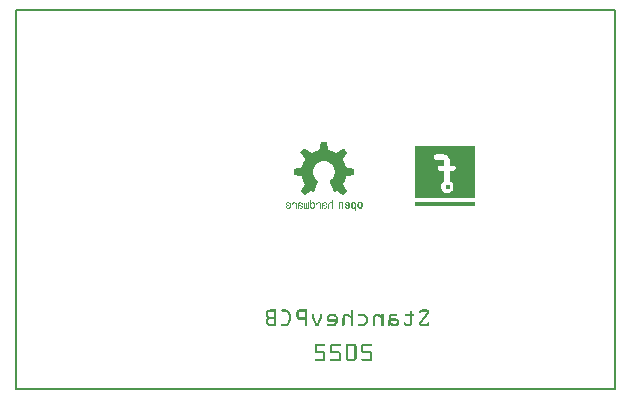
<source format=gbo>
G04 MADE WITH FRITZING*
G04 WWW.FRITZING.ORG*
G04 DOUBLE SIDED*
G04 HOLES PLATED*
G04 CONTOUR ON CENTER OF CONTOUR VECTOR*
%ASAXBY*%
%FSLAX23Y23*%
%MOIN*%
%OFA0B0*%
%SFA1.0B1.0*%
%ADD10C,0.015205*%
%ADD11R,2.004170X1.272460X1.988170X1.256460*%
%ADD12C,0.008000*%
%ADD13R,0.201225X0.018079*%
%ADD14R,0.001000X0.001000*%
%LNSILK0*%
G90*
G70*
G54D10*
X1442Y678D03*
G54D12*
X4Y1268D02*
X2000Y1268D01*
X2000Y4D01*
X4Y4D01*
X4Y1268D01*
D02*
G54D13*
X1434Y621D03*
G54D14*
X1020Y829D02*
X1039Y829D01*
X1020Y828D02*
X1039Y828D01*
X1020Y827D02*
X1039Y827D01*
X1020Y826D02*
X1040Y826D01*
X1019Y825D02*
X1040Y825D01*
X1019Y824D02*
X1040Y824D01*
X1019Y823D02*
X1040Y823D01*
X1019Y822D02*
X1040Y822D01*
X1019Y821D02*
X1041Y821D01*
X1018Y820D02*
X1041Y820D01*
X1018Y819D02*
X1041Y819D01*
X1018Y818D02*
X1041Y818D01*
X1018Y817D02*
X1041Y817D01*
X1018Y816D02*
X1041Y816D01*
X1018Y815D02*
X1042Y815D01*
X1017Y814D02*
X1042Y814D01*
X1017Y813D02*
X1042Y813D01*
X1334Y813D02*
X1534Y813D01*
X1017Y812D02*
X1042Y812D01*
X1334Y812D02*
X1534Y812D01*
X1017Y811D02*
X1042Y811D01*
X1334Y811D02*
X1534Y811D01*
X1017Y810D02*
X1043Y810D01*
X1334Y810D02*
X1534Y810D01*
X1016Y809D02*
X1043Y809D01*
X1334Y809D02*
X1534Y809D01*
X1016Y808D02*
X1043Y808D01*
X1334Y808D02*
X1534Y808D01*
X1016Y807D02*
X1043Y807D01*
X1334Y807D02*
X1534Y807D01*
X964Y806D02*
X966Y806D01*
X1016Y806D02*
X1043Y806D01*
X1093Y806D02*
X1095Y806D01*
X1334Y806D02*
X1534Y806D01*
X963Y805D02*
X968Y805D01*
X1016Y805D02*
X1044Y805D01*
X1092Y805D02*
X1096Y805D01*
X1334Y805D02*
X1534Y805D01*
X962Y804D02*
X969Y804D01*
X1016Y804D02*
X1044Y804D01*
X1090Y804D02*
X1097Y804D01*
X1334Y804D02*
X1534Y804D01*
X961Y803D02*
X971Y803D01*
X1015Y803D02*
X1044Y803D01*
X1089Y803D02*
X1098Y803D01*
X1334Y803D02*
X1534Y803D01*
X960Y802D02*
X972Y802D01*
X1015Y802D02*
X1044Y802D01*
X1087Y802D02*
X1099Y802D01*
X1334Y802D02*
X1534Y802D01*
X959Y801D02*
X973Y801D01*
X1014Y801D02*
X1046Y801D01*
X1086Y801D02*
X1100Y801D01*
X1334Y801D02*
X1534Y801D01*
X958Y800D02*
X975Y800D01*
X1010Y800D02*
X1049Y800D01*
X1084Y800D02*
X1101Y800D01*
X1334Y800D02*
X1534Y800D01*
X957Y799D02*
X976Y799D01*
X1006Y799D02*
X1053Y799D01*
X1083Y799D02*
X1102Y799D01*
X1334Y799D02*
X1534Y799D01*
X956Y798D02*
X978Y798D01*
X1004Y798D02*
X1056Y798D01*
X1081Y798D02*
X1103Y798D01*
X1334Y798D02*
X1534Y798D01*
X955Y797D02*
X979Y797D01*
X1001Y797D02*
X1058Y797D01*
X1080Y797D02*
X1104Y797D01*
X1334Y797D02*
X1534Y797D01*
X954Y796D02*
X981Y796D01*
X999Y796D02*
X1060Y796D01*
X1078Y796D02*
X1105Y796D01*
X1334Y796D02*
X1534Y796D01*
X953Y795D02*
X982Y795D01*
X997Y795D02*
X1062Y795D01*
X1077Y795D02*
X1106Y795D01*
X1334Y795D02*
X1534Y795D01*
X952Y794D02*
X984Y794D01*
X995Y794D02*
X1064Y794D01*
X1076Y794D02*
X1107Y794D01*
X1334Y794D02*
X1534Y794D01*
X952Y793D02*
X985Y793D01*
X993Y793D02*
X1066Y793D01*
X1074Y793D02*
X1107Y793D01*
X1334Y793D02*
X1534Y793D01*
X953Y792D02*
X987Y792D01*
X991Y792D02*
X1068Y792D01*
X1073Y792D02*
X1107Y792D01*
X1334Y792D02*
X1534Y792D01*
X953Y791D02*
X988Y791D01*
X990Y791D02*
X1106Y791D01*
X1334Y791D02*
X1534Y791D01*
X954Y790D02*
X1105Y790D01*
X1334Y790D02*
X1534Y790D01*
X955Y789D02*
X1105Y789D01*
X1334Y789D02*
X1534Y789D01*
X955Y788D02*
X1104Y788D01*
X1334Y788D02*
X1534Y788D01*
X956Y787D02*
X1103Y787D01*
X1334Y787D02*
X1402Y787D01*
X1429Y787D02*
X1534Y787D01*
X957Y786D02*
X1103Y786D01*
X1334Y786D02*
X1399Y786D01*
X1434Y786D02*
X1534Y786D01*
X957Y785D02*
X1102Y785D01*
X1334Y785D02*
X1398Y785D01*
X1436Y785D02*
X1534Y785D01*
X958Y784D02*
X1101Y784D01*
X1334Y784D02*
X1397Y784D01*
X1438Y784D02*
X1534Y784D01*
X959Y783D02*
X1101Y783D01*
X1334Y783D02*
X1396Y783D01*
X1439Y783D02*
X1534Y783D01*
X959Y782D02*
X1100Y782D01*
X1334Y782D02*
X1396Y782D01*
X1440Y782D02*
X1534Y782D01*
X960Y781D02*
X1099Y781D01*
X1334Y781D02*
X1395Y781D01*
X1442Y781D02*
X1534Y781D01*
X961Y780D02*
X1098Y780D01*
X1334Y780D02*
X1395Y780D01*
X1443Y780D02*
X1534Y780D01*
X961Y779D02*
X1098Y779D01*
X1334Y779D02*
X1395Y779D01*
X1444Y779D02*
X1534Y779D01*
X962Y778D02*
X1097Y778D01*
X1334Y778D02*
X1395Y778D01*
X1445Y778D02*
X1534Y778D01*
X963Y777D02*
X1096Y777D01*
X1334Y777D02*
X1395Y777D01*
X1445Y777D02*
X1534Y777D01*
X964Y776D02*
X1096Y776D01*
X1334Y776D02*
X1395Y776D01*
X1446Y776D02*
X1534Y776D01*
X964Y775D02*
X1095Y775D01*
X1334Y775D02*
X1396Y775D01*
X1447Y775D02*
X1534Y775D01*
X965Y774D02*
X1094Y774D01*
X1334Y774D02*
X1396Y774D01*
X1447Y774D02*
X1534Y774D01*
X966Y773D02*
X1094Y773D01*
X1334Y773D02*
X1396Y773D01*
X1448Y773D02*
X1534Y773D01*
X966Y772D02*
X1093Y772D01*
X1334Y772D02*
X1397Y772D01*
X1448Y772D02*
X1534Y772D01*
X967Y771D02*
X1092Y771D01*
X1334Y771D02*
X1398Y771D01*
X1449Y771D02*
X1534Y771D01*
X968Y770D02*
X1092Y770D01*
X1334Y770D02*
X1400Y770D01*
X1449Y770D02*
X1534Y770D01*
X967Y769D02*
X1092Y769D01*
X1334Y769D02*
X1405Y769D01*
X1449Y769D02*
X1534Y769D01*
X967Y768D02*
X1093Y768D01*
X1334Y768D02*
X1427Y768D01*
X1450Y768D02*
X1534Y768D01*
X966Y767D02*
X1093Y767D01*
X1334Y767D02*
X1428Y767D01*
X1450Y767D02*
X1534Y767D01*
X965Y766D02*
X1094Y766D01*
X1334Y766D02*
X1429Y766D01*
X1450Y766D02*
X1534Y766D01*
X965Y765D02*
X1094Y765D01*
X1334Y765D02*
X1430Y765D01*
X1450Y765D02*
X1534Y765D01*
X964Y764D02*
X1023Y764D01*
X1036Y764D02*
X1095Y764D01*
X1334Y764D02*
X1430Y764D01*
X1450Y764D02*
X1534Y764D01*
X964Y763D02*
X1019Y763D01*
X1041Y763D02*
X1096Y763D01*
X1334Y763D02*
X1431Y763D01*
X1450Y763D02*
X1534Y763D01*
X963Y762D02*
X1016Y762D01*
X1043Y762D02*
X1096Y762D01*
X1334Y762D02*
X1431Y762D01*
X1451Y762D02*
X1534Y762D01*
X963Y761D02*
X1014Y761D01*
X1046Y761D02*
X1097Y761D01*
X1334Y761D02*
X1431Y761D01*
X1451Y761D02*
X1534Y761D01*
X962Y760D02*
X1012Y760D01*
X1048Y760D02*
X1097Y760D01*
X1334Y760D02*
X1431Y760D01*
X1451Y760D02*
X1534Y760D01*
X962Y759D02*
X1010Y759D01*
X1049Y759D02*
X1097Y759D01*
X1334Y759D02*
X1431Y759D01*
X1451Y759D02*
X1534Y759D01*
X961Y758D02*
X1008Y758D01*
X1051Y758D02*
X1098Y758D01*
X1334Y758D02*
X1431Y758D01*
X1451Y758D02*
X1534Y758D01*
X961Y757D02*
X1007Y757D01*
X1052Y757D02*
X1098Y757D01*
X1334Y757D02*
X1431Y757D01*
X1451Y757D02*
X1534Y757D01*
X960Y756D02*
X1006Y756D01*
X1053Y756D02*
X1099Y756D01*
X1334Y756D02*
X1431Y756D01*
X1451Y756D02*
X1534Y756D01*
X960Y755D02*
X1005Y755D01*
X1055Y755D02*
X1099Y755D01*
X1334Y755D02*
X1431Y755D01*
X1451Y755D02*
X1534Y755D01*
X960Y754D02*
X1004Y754D01*
X1056Y754D02*
X1100Y754D01*
X1334Y754D02*
X1431Y754D01*
X1451Y754D02*
X1534Y754D01*
X959Y753D02*
X1003Y753D01*
X1057Y753D02*
X1100Y753D01*
X1334Y753D02*
X1431Y753D01*
X1451Y753D02*
X1534Y753D01*
X959Y752D02*
X1002Y752D01*
X1057Y752D02*
X1100Y752D01*
X1334Y752D02*
X1431Y752D01*
X1451Y752D02*
X1534Y752D01*
X959Y751D02*
X1001Y751D01*
X1058Y751D02*
X1101Y751D01*
X1334Y751D02*
X1431Y751D01*
X1451Y751D02*
X1534Y751D01*
X958Y750D02*
X1000Y750D01*
X1059Y750D02*
X1101Y750D01*
X1334Y750D02*
X1431Y750D01*
X1451Y750D02*
X1534Y750D01*
X958Y749D02*
X999Y749D01*
X1060Y749D02*
X1101Y749D01*
X1334Y749D02*
X1414Y749D01*
X1463Y749D02*
X1534Y749D01*
X958Y748D02*
X999Y748D01*
X1060Y748D02*
X1102Y748D01*
X1334Y748D02*
X1412Y748D01*
X1465Y748D02*
X1534Y748D01*
X957Y747D02*
X998Y747D01*
X1061Y747D02*
X1102Y747D01*
X1334Y747D02*
X1411Y747D01*
X1467Y747D02*
X1534Y747D01*
X957Y746D02*
X998Y746D01*
X1062Y746D02*
X1102Y746D01*
X1334Y746D02*
X1410Y746D01*
X1467Y746D02*
X1534Y746D01*
X957Y745D02*
X997Y745D01*
X1062Y745D02*
X1102Y745D01*
X1334Y745D02*
X1410Y745D01*
X1468Y745D02*
X1534Y745D01*
X957Y744D02*
X997Y744D01*
X1063Y744D02*
X1103Y744D01*
X1334Y744D02*
X1409Y744D01*
X1468Y744D02*
X1534Y744D01*
X953Y743D02*
X996Y743D01*
X1063Y743D02*
X1106Y743D01*
X1334Y743D02*
X1409Y743D01*
X1469Y743D02*
X1534Y743D01*
X948Y742D02*
X996Y742D01*
X1064Y742D02*
X1111Y742D01*
X1334Y742D02*
X1409Y742D01*
X1469Y742D02*
X1534Y742D01*
X942Y741D02*
X995Y741D01*
X1064Y741D02*
X1117Y741D01*
X1334Y741D02*
X1409Y741D01*
X1469Y741D02*
X1534Y741D01*
X937Y740D02*
X995Y740D01*
X1064Y740D02*
X1122Y740D01*
X1334Y740D02*
X1409Y740D01*
X1469Y740D02*
X1534Y740D01*
X932Y739D02*
X995Y739D01*
X1065Y739D02*
X1128Y739D01*
X1334Y739D02*
X1409Y739D01*
X1469Y739D02*
X1534Y739D01*
X929Y738D02*
X994Y738D01*
X1065Y738D02*
X1130Y738D01*
X1334Y738D02*
X1409Y738D01*
X1468Y738D02*
X1534Y738D01*
X929Y737D02*
X994Y737D01*
X1065Y737D02*
X1130Y737D01*
X1334Y737D02*
X1409Y737D01*
X1468Y737D02*
X1534Y737D01*
X929Y736D02*
X994Y736D01*
X1065Y736D02*
X1130Y736D01*
X1334Y736D02*
X1410Y736D01*
X1468Y736D02*
X1534Y736D01*
X929Y735D02*
X994Y735D01*
X1066Y735D02*
X1130Y735D01*
X1334Y735D02*
X1410Y735D01*
X1467Y735D02*
X1534Y735D01*
X929Y734D02*
X994Y734D01*
X1066Y734D02*
X1130Y734D01*
X1334Y734D02*
X1411Y734D01*
X1466Y734D02*
X1534Y734D01*
X929Y733D02*
X993Y733D01*
X1066Y733D02*
X1130Y733D01*
X1334Y733D02*
X1413Y733D01*
X1465Y733D02*
X1534Y733D01*
X929Y732D02*
X993Y732D01*
X1066Y732D02*
X1130Y732D01*
X1334Y732D02*
X1415Y732D01*
X1462Y732D02*
X1534Y732D01*
X929Y731D02*
X993Y731D01*
X1066Y731D02*
X1130Y731D01*
X1334Y731D02*
X1431Y731D01*
X1451Y731D02*
X1534Y731D01*
X929Y730D02*
X993Y730D01*
X1066Y730D02*
X1130Y730D01*
X1334Y730D02*
X1431Y730D01*
X1451Y730D02*
X1534Y730D01*
X929Y729D02*
X993Y729D01*
X1066Y729D02*
X1130Y729D01*
X1334Y729D02*
X1431Y729D01*
X1451Y729D02*
X1534Y729D01*
X929Y728D02*
X993Y728D01*
X1066Y728D02*
X1130Y728D01*
X1334Y728D02*
X1431Y728D01*
X1451Y728D02*
X1534Y728D01*
X929Y727D02*
X993Y727D01*
X1066Y727D02*
X1130Y727D01*
X1334Y727D02*
X1431Y727D01*
X1451Y727D02*
X1534Y727D01*
X929Y726D02*
X993Y726D01*
X1066Y726D02*
X1130Y726D01*
X1334Y726D02*
X1431Y726D01*
X1451Y726D02*
X1534Y726D01*
X929Y725D02*
X993Y725D01*
X1066Y725D02*
X1130Y725D01*
X1334Y725D02*
X1431Y725D01*
X1451Y725D02*
X1534Y725D01*
X929Y724D02*
X993Y724D01*
X1066Y724D02*
X1130Y724D01*
X1334Y724D02*
X1431Y724D01*
X1451Y724D02*
X1534Y724D01*
X929Y723D02*
X994Y723D01*
X1066Y723D02*
X1130Y723D01*
X1334Y723D02*
X1431Y723D01*
X1451Y723D02*
X1534Y723D01*
X929Y722D02*
X994Y722D01*
X1065Y722D02*
X1130Y722D01*
X1334Y722D02*
X1431Y722D01*
X1451Y722D02*
X1534Y722D01*
X929Y721D02*
X994Y721D01*
X1065Y721D02*
X1130Y721D01*
X1334Y721D02*
X1431Y721D01*
X1451Y721D02*
X1534Y721D01*
X929Y720D02*
X994Y720D01*
X1065Y720D02*
X1130Y720D01*
X1334Y720D02*
X1431Y720D01*
X1451Y720D02*
X1534Y720D01*
X929Y719D02*
X994Y719D01*
X1065Y719D02*
X1130Y719D01*
X1334Y719D02*
X1431Y719D01*
X1451Y719D02*
X1534Y719D01*
X934Y718D02*
X995Y718D01*
X1065Y718D02*
X1125Y718D01*
X1334Y718D02*
X1431Y718D01*
X1451Y718D02*
X1534Y718D01*
X939Y717D02*
X995Y717D01*
X1064Y717D02*
X1120Y717D01*
X1334Y717D02*
X1431Y717D01*
X1451Y717D02*
X1534Y717D01*
X945Y716D02*
X995Y716D01*
X1064Y716D02*
X1115Y716D01*
X1334Y716D02*
X1431Y716D01*
X1451Y716D02*
X1534Y716D01*
X950Y715D02*
X996Y715D01*
X1063Y715D02*
X1109Y715D01*
X1334Y715D02*
X1431Y715D01*
X1451Y715D02*
X1534Y715D01*
X955Y714D02*
X996Y714D01*
X1063Y714D02*
X1104Y714D01*
X1334Y714D02*
X1431Y714D01*
X1451Y714D02*
X1534Y714D01*
X956Y713D02*
X997Y713D01*
X1063Y713D02*
X1103Y713D01*
X1334Y713D02*
X1431Y713D01*
X1451Y713D02*
X1534Y713D01*
X956Y712D02*
X997Y712D01*
X1062Y712D02*
X1103Y712D01*
X1334Y712D02*
X1431Y712D01*
X1451Y712D02*
X1534Y712D01*
X957Y711D02*
X998Y711D01*
X1062Y711D02*
X1103Y711D01*
X1334Y711D02*
X1431Y711D01*
X1451Y711D02*
X1534Y711D01*
X957Y710D02*
X998Y710D01*
X1061Y710D02*
X1102Y710D01*
X1334Y710D02*
X1431Y710D01*
X1451Y710D02*
X1534Y710D01*
X957Y709D02*
X999Y709D01*
X1060Y709D02*
X1102Y709D01*
X1334Y709D02*
X1431Y709D01*
X1451Y709D02*
X1534Y709D01*
X957Y708D02*
X1000Y708D01*
X1060Y708D02*
X1102Y708D01*
X1334Y708D02*
X1431Y708D01*
X1451Y708D02*
X1534Y708D01*
X958Y707D02*
X1000Y707D01*
X1059Y707D02*
X1102Y707D01*
X1334Y707D02*
X1431Y707D01*
X1451Y707D02*
X1534Y707D01*
X958Y706D02*
X1001Y706D01*
X1058Y706D02*
X1101Y706D01*
X1334Y706D02*
X1431Y706D01*
X1451Y706D02*
X1534Y706D01*
X958Y705D02*
X1002Y705D01*
X1057Y705D02*
X1101Y705D01*
X1334Y705D02*
X1431Y705D01*
X1451Y705D02*
X1534Y705D01*
X959Y704D02*
X1003Y704D01*
X1056Y704D02*
X1101Y704D01*
X1334Y704D02*
X1431Y704D01*
X1451Y704D02*
X1534Y704D01*
X959Y703D02*
X1004Y703D01*
X1055Y703D02*
X1100Y703D01*
X1334Y703D02*
X1431Y703D01*
X1451Y703D02*
X1534Y703D01*
X959Y702D02*
X1005Y702D01*
X1054Y702D02*
X1100Y702D01*
X1334Y702D02*
X1431Y702D01*
X1451Y702D02*
X1534Y702D01*
X960Y701D02*
X1006Y701D01*
X1053Y701D02*
X1100Y701D01*
X1334Y701D02*
X1431Y701D01*
X1451Y701D02*
X1534Y701D01*
X960Y700D02*
X1007Y700D01*
X1052Y700D02*
X1099Y700D01*
X1334Y700D02*
X1431Y700D01*
X1451Y700D02*
X1534Y700D01*
X960Y699D02*
X1009Y699D01*
X1051Y699D02*
X1099Y699D01*
X1334Y699D02*
X1431Y699D01*
X1451Y699D02*
X1534Y699D01*
X961Y698D02*
X1010Y698D01*
X1049Y698D02*
X1098Y698D01*
X1334Y698D02*
X1431Y698D01*
X1451Y698D02*
X1534Y698D01*
X961Y697D02*
X1010Y697D01*
X1049Y697D02*
X1098Y697D01*
X1334Y697D02*
X1431Y697D01*
X1451Y697D02*
X1534Y697D01*
X962Y696D02*
X1010Y696D01*
X1050Y696D02*
X1097Y696D01*
X1334Y696D02*
X1429Y696D01*
X1453Y696D02*
X1534Y696D01*
X962Y695D02*
X1009Y695D01*
X1050Y695D02*
X1097Y695D01*
X1334Y695D02*
X1428Y695D01*
X1454Y695D02*
X1534Y695D01*
X963Y694D02*
X1009Y694D01*
X1050Y694D02*
X1097Y694D01*
X1334Y694D02*
X1426Y694D01*
X1456Y694D02*
X1534Y694D01*
X963Y693D02*
X1008Y693D01*
X1051Y693D02*
X1096Y693D01*
X1334Y693D02*
X1425Y693D01*
X1457Y693D02*
X1534Y693D01*
X964Y692D02*
X1008Y692D01*
X1051Y692D02*
X1096Y692D01*
X1334Y692D02*
X1424Y692D01*
X1458Y692D02*
X1534Y692D01*
X964Y691D02*
X1008Y691D01*
X1052Y691D02*
X1095Y691D01*
X1334Y691D02*
X1424Y691D01*
X1458Y691D02*
X1534Y691D01*
X965Y690D02*
X1007Y690D01*
X1052Y690D02*
X1094Y690D01*
X1334Y690D02*
X1423Y690D01*
X1459Y690D02*
X1534Y690D01*
X965Y689D02*
X1007Y689D01*
X1053Y689D02*
X1094Y689D01*
X1334Y689D02*
X1422Y689D01*
X1460Y689D02*
X1534Y689D01*
X966Y688D02*
X1006Y688D01*
X1053Y688D02*
X1093Y688D01*
X1334Y688D02*
X1422Y688D01*
X1460Y688D02*
X1534Y688D01*
X967Y687D02*
X1006Y687D01*
X1053Y687D02*
X1093Y687D01*
X1334Y687D02*
X1421Y687D01*
X1461Y687D02*
X1534Y687D01*
X967Y686D02*
X1005Y686D01*
X1054Y686D02*
X1093Y686D01*
X1334Y686D02*
X1421Y686D01*
X1461Y686D02*
X1534Y686D01*
X966Y685D02*
X1005Y685D01*
X1054Y685D02*
X1093Y685D01*
X1334Y685D02*
X1421Y685D01*
X1461Y685D02*
X1534Y685D01*
X965Y684D02*
X1005Y684D01*
X1055Y684D02*
X1094Y684D01*
X1334Y684D02*
X1420Y684D01*
X1462Y684D02*
X1534Y684D01*
X965Y683D02*
X1004Y683D01*
X1055Y683D02*
X1095Y683D01*
X1334Y683D02*
X1420Y683D01*
X1462Y683D02*
X1534Y683D01*
X964Y682D02*
X1004Y682D01*
X1055Y682D02*
X1095Y682D01*
X1334Y682D02*
X1420Y682D01*
X1462Y682D02*
X1534Y682D01*
X963Y681D02*
X1003Y681D01*
X1056Y681D02*
X1096Y681D01*
X1334Y681D02*
X1420Y681D01*
X1462Y681D02*
X1534Y681D01*
X963Y680D02*
X1003Y680D01*
X1056Y680D02*
X1097Y680D01*
X1334Y680D02*
X1420Y680D01*
X1462Y680D02*
X1534Y680D01*
X962Y679D02*
X1003Y679D01*
X1057Y679D02*
X1097Y679D01*
X1334Y679D02*
X1420Y679D01*
X1462Y679D02*
X1534Y679D01*
X961Y678D02*
X1002Y678D01*
X1057Y678D02*
X1098Y678D01*
X1334Y678D02*
X1420Y678D01*
X1462Y678D02*
X1534Y678D01*
X960Y677D02*
X1002Y677D01*
X1057Y677D02*
X1099Y677D01*
X1334Y677D02*
X1420Y677D01*
X1462Y677D02*
X1534Y677D01*
X960Y676D02*
X1001Y676D01*
X1058Y676D02*
X1099Y676D01*
X1334Y676D02*
X1420Y676D01*
X1462Y676D02*
X1534Y676D01*
X959Y675D02*
X1001Y675D01*
X1058Y675D02*
X1100Y675D01*
X1334Y675D02*
X1420Y675D01*
X1462Y675D02*
X1534Y675D01*
X958Y674D02*
X1000Y674D01*
X1059Y674D02*
X1101Y674D01*
X1334Y674D02*
X1420Y674D01*
X1462Y674D02*
X1534Y674D01*
X958Y673D02*
X1000Y673D01*
X1059Y673D02*
X1101Y673D01*
X1334Y673D02*
X1421Y673D01*
X1462Y673D02*
X1534Y673D01*
X957Y672D02*
X1000Y672D01*
X1060Y672D02*
X1102Y672D01*
X1334Y672D02*
X1421Y672D01*
X1461Y672D02*
X1534Y672D01*
X956Y671D02*
X999Y671D01*
X1060Y671D02*
X1103Y671D01*
X1334Y671D02*
X1421Y671D01*
X1461Y671D02*
X1534Y671D01*
X956Y670D02*
X999Y670D01*
X1060Y670D02*
X1104Y670D01*
X1334Y670D02*
X1422Y670D01*
X1460Y670D02*
X1534Y670D01*
X955Y669D02*
X998Y669D01*
X1061Y669D02*
X1104Y669D01*
X1334Y669D02*
X1422Y669D01*
X1460Y669D02*
X1534Y669D01*
X954Y668D02*
X998Y668D01*
X1061Y668D02*
X1105Y668D01*
X1334Y668D02*
X1423Y668D01*
X1459Y668D02*
X1534Y668D01*
X954Y667D02*
X998Y667D01*
X1062Y667D02*
X1106Y667D01*
X1334Y667D02*
X1423Y667D01*
X1459Y667D02*
X1534Y667D01*
X953Y666D02*
X997Y666D01*
X1062Y666D02*
X1106Y666D01*
X1334Y666D02*
X1424Y666D01*
X1458Y666D02*
X1534Y666D01*
X952Y665D02*
X986Y665D01*
X988Y665D02*
X997Y665D01*
X1062Y665D02*
X1071Y665D01*
X1073Y665D02*
X1107Y665D01*
X1334Y665D02*
X1425Y665D01*
X1457Y665D02*
X1534Y665D01*
X952Y664D02*
X985Y664D01*
X990Y664D02*
X996Y664D01*
X1063Y664D02*
X1070Y664D01*
X1075Y664D02*
X1107Y664D01*
X1334Y664D02*
X1426Y664D01*
X1456Y664D02*
X1534Y664D01*
X953Y663D02*
X983Y663D01*
X991Y663D02*
X996Y663D01*
X1063Y663D02*
X1068Y663D01*
X1076Y663D02*
X1106Y663D01*
X1334Y663D02*
X1427Y663D01*
X1455Y663D02*
X1534Y663D01*
X954Y662D02*
X982Y662D01*
X993Y662D02*
X996Y662D01*
X1064Y662D02*
X1066Y662D01*
X1078Y662D02*
X1105Y662D01*
X1334Y662D02*
X1428Y662D01*
X1454Y662D02*
X1534Y662D01*
X955Y661D02*
X980Y661D01*
X995Y661D02*
X995Y661D01*
X1064Y661D02*
X1064Y661D01*
X1079Y661D02*
X1104Y661D01*
X1334Y661D02*
X1430Y661D01*
X1452Y661D02*
X1534Y661D01*
X956Y660D02*
X979Y660D01*
X1081Y660D02*
X1103Y660D01*
X1334Y660D02*
X1431Y660D01*
X1451Y660D02*
X1534Y660D01*
X957Y659D02*
X977Y659D01*
X1082Y659D02*
X1102Y659D01*
X1334Y659D02*
X1434Y659D01*
X1448Y659D02*
X1534Y659D01*
X958Y658D02*
X976Y658D01*
X1083Y658D02*
X1101Y658D01*
X1334Y658D02*
X1438Y658D01*
X1444Y658D02*
X1534Y658D01*
X959Y657D02*
X974Y657D01*
X1085Y657D02*
X1100Y657D01*
X1334Y657D02*
X1534Y657D01*
X960Y656D02*
X973Y656D01*
X1086Y656D02*
X1099Y656D01*
X1334Y656D02*
X1534Y656D01*
X961Y655D02*
X971Y655D01*
X1088Y655D02*
X1098Y655D01*
X1334Y655D02*
X1534Y655D01*
X962Y654D02*
X970Y654D01*
X1089Y654D02*
X1097Y654D01*
X1334Y654D02*
X1534Y654D01*
X963Y653D02*
X968Y653D01*
X1091Y653D02*
X1096Y653D01*
X1334Y653D02*
X1534Y653D01*
X964Y652D02*
X967Y652D01*
X1092Y652D02*
X1095Y652D01*
X1334Y652D02*
X1534Y652D01*
X965Y651D02*
X966Y651D01*
X1094Y651D02*
X1094Y651D01*
X1334Y651D02*
X1534Y651D01*
X1334Y650D02*
X1534Y650D01*
X1334Y649D02*
X1534Y649D01*
X1334Y648D02*
X1534Y648D01*
X1334Y647D02*
X1534Y647D01*
X1334Y646D02*
X1534Y646D01*
X1334Y645D02*
X1534Y645D01*
X1334Y644D02*
X1534Y644D01*
X1334Y643D02*
X1534Y643D01*
X1334Y642D02*
X1534Y642D01*
X985Y635D02*
X985Y635D01*
X1057Y635D02*
X1058Y635D01*
X985Y634D02*
X987Y634D01*
X1057Y634D02*
X1059Y634D01*
X985Y633D02*
X987Y633D01*
X1057Y633D02*
X1059Y633D01*
X985Y632D02*
X987Y632D01*
X1057Y632D02*
X1059Y632D01*
X985Y631D02*
X987Y631D01*
X1057Y631D02*
X1059Y631D01*
X985Y630D02*
X987Y630D01*
X1057Y630D02*
X1059Y630D01*
X985Y629D02*
X987Y629D01*
X1057Y629D02*
X1059Y629D01*
X1086Y629D02*
X1087Y629D01*
X1107Y629D02*
X1109Y629D01*
X1128Y629D02*
X1130Y629D01*
X1150Y629D02*
X1151Y629D01*
X985Y628D02*
X987Y628D01*
X1057Y628D02*
X1059Y628D01*
X1083Y628D02*
X1090Y628D01*
X1104Y628D02*
X1111Y628D01*
X1125Y628D02*
X1133Y628D01*
X1147Y628D02*
X1154Y628D01*
X908Y627D02*
X914Y627D01*
X928Y627D02*
X934Y627D01*
X948Y627D02*
X954Y627D01*
X963Y627D02*
X964Y627D01*
X970Y627D02*
X971Y627D01*
X978Y627D02*
X979Y627D01*
X985Y627D02*
X987Y627D01*
X989Y627D02*
X995Y627D01*
X1009Y627D02*
X1015Y627D01*
X1029Y627D02*
X1035Y627D01*
X1049Y627D02*
X1055Y627D01*
X1057Y627D02*
X1059Y627D01*
X1082Y627D02*
X1092Y627D01*
X1103Y627D02*
X1113Y627D01*
X1124Y627D02*
X1134Y627D01*
X1145Y627D02*
X1155Y627D01*
X907Y626D02*
X916Y626D01*
X927Y626D02*
X936Y626D01*
X947Y626D02*
X956Y626D01*
X963Y626D02*
X965Y626D01*
X970Y626D02*
X973Y626D01*
X978Y626D02*
X980Y626D01*
X985Y626D02*
X996Y626D01*
X1007Y626D02*
X1016Y626D01*
X1028Y626D02*
X1036Y626D01*
X1048Y626D02*
X1059Y626D01*
X1081Y626D02*
X1093Y626D01*
X1102Y626D02*
X1114Y626D01*
X1123Y626D02*
X1135Y626D01*
X1144Y626D02*
X1156Y626D01*
X906Y625D02*
X917Y625D01*
X926Y625D02*
X937Y625D01*
X946Y625D02*
X957Y625D01*
X963Y625D02*
X965Y625D01*
X970Y625D02*
X973Y625D01*
X978Y625D02*
X980Y625D01*
X985Y625D02*
X997Y625D01*
X1006Y625D02*
X1017Y625D01*
X1027Y625D02*
X1037Y625D01*
X1047Y625D02*
X1059Y625D01*
X1080Y625D02*
X1093Y625D01*
X1101Y625D02*
X1114Y625D01*
X1122Y625D02*
X1136Y625D01*
X1144Y625D02*
X1157Y625D01*
X905Y624D02*
X909Y624D01*
X914Y624D02*
X917Y624D01*
X925Y624D02*
X929Y624D01*
X934Y624D02*
X937Y624D01*
X945Y624D02*
X949Y624D01*
X954Y624D02*
X957Y624D01*
X963Y624D02*
X965Y624D01*
X970Y624D02*
X973Y624D01*
X978Y624D02*
X980Y624D01*
X985Y624D02*
X989Y624D01*
X994Y624D02*
X998Y624D01*
X1006Y624D02*
X1009Y624D01*
X1014Y624D02*
X1018Y624D01*
X1026Y624D02*
X1029Y624D01*
X1034Y624D02*
X1038Y624D01*
X1046Y624D02*
X1050Y624D01*
X1055Y624D02*
X1059Y624D01*
X1080Y624D02*
X1084Y624D01*
X1089Y624D02*
X1094Y624D01*
X1101Y624D02*
X1106Y624D01*
X1110Y624D02*
X1115Y624D01*
X1122Y624D02*
X1127Y624D01*
X1131Y624D02*
X1136Y624D01*
X1143Y624D02*
X1148Y624D01*
X1153Y624D02*
X1157Y624D01*
X905Y623D02*
X907Y623D01*
X915Y623D02*
X918Y623D01*
X925Y623D02*
X928Y623D01*
X935Y623D02*
X938Y623D01*
X945Y623D02*
X948Y623D01*
X955Y623D02*
X958Y623D01*
X963Y623D02*
X965Y623D01*
X970Y623D02*
X973Y623D01*
X978Y623D02*
X980Y623D01*
X985Y623D02*
X988Y623D01*
X995Y623D02*
X998Y623D01*
X1005Y623D02*
X1008Y623D01*
X1016Y623D02*
X1018Y623D01*
X1025Y623D02*
X1028Y623D01*
X1036Y623D02*
X1038Y623D01*
X1046Y623D02*
X1048Y623D01*
X1056Y623D02*
X1059Y623D01*
X1079Y623D02*
X1083Y623D01*
X1090Y623D02*
X1094Y623D01*
X1100Y623D02*
X1104Y623D01*
X1111Y623D02*
X1115Y623D01*
X1122Y623D02*
X1126Y623D01*
X1132Y623D02*
X1136Y623D01*
X1143Y623D02*
X1147Y623D01*
X1154Y623D02*
X1158Y623D01*
X904Y622D02*
X907Y622D01*
X916Y622D02*
X918Y622D01*
X924Y622D02*
X927Y622D01*
X936Y622D02*
X938Y622D01*
X945Y622D02*
X947Y622D01*
X956Y622D02*
X958Y622D01*
X963Y622D02*
X965Y622D01*
X970Y622D02*
X973Y622D01*
X978Y622D02*
X980Y622D01*
X985Y622D02*
X987Y622D01*
X996Y622D02*
X999Y622D01*
X1005Y622D02*
X1007Y622D01*
X1016Y622D02*
X1019Y622D01*
X1025Y622D02*
X1028Y622D01*
X1036Y622D02*
X1039Y622D01*
X1045Y622D02*
X1048Y622D01*
X1057Y622D02*
X1059Y622D01*
X1079Y622D02*
X1083Y622D01*
X1091Y622D02*
X1094Y622D01*
X1100Y622D02*
X1104Y622D01*
X1112Y622D02*
X1116Y622D01*
X1121Y622D02*
X1125Y622D01*
X1133Y622D02*
X1137Y622D01*
X1142Y622D02*
X1146Y622D01*
X1154Y622D02*
X1158Y622D01*
X904Y621D02*
X906Y621D01*
X916Y621D02*
X918Y621D01*
X924Y621D02*
X927Y621D01*
X936Y621D02*
X938Y621D01*
X944Y621D02*
X947Y621D01*
X956Y621D02*
X958Y621D01*
X963Y621D02*
X965Y621D01*
X970Y621D02*
X973Y621D01*
X978Y621D02*
X980Y621D01*
X985Y621D02*
X987Y621D01*
X996Y621D02*
X999Y621D01*
X1005Y621D02*
X1007Y621D01*
X1017Y621D02*
X1019Y621D01*
X1025Y621D02*
X1027Y621D01*
X1037Y621D02*
X1039Y621D01*
X1045Y621D02*
X1047Y621D01*
X1057Y621D02*
X1059Y621D01*
X1079Y621D02*
X1082Y621D01*
X1091Y621D02*
X1094Y621D01*
X1100Y621D02*
X1105Y621D01*
X1112Y621D02*
X1116Y621D01*
X1121Y621D02*
X1125Y621D01*
X1133Y621D02*
X1137Y621D01*
X1142Y621D02*
X1146Y621D01*
X1154Y621D02*
X1158Y621D01*
X904Y620D02*
X907Y620D01*
X916Y620D02*
X918Y620D01*
X925Y620D02*
X926Y620D01*
X936Y620D02*
X938Y620D01*
X944Y620D02*
X947Y620D01*
X956Y620D02*
X959Y620D01*
X963Y620D02*
X965Y620D01*
X970Y620D02*
X973Y620D01*
X978Y620D02*
X980Y620D01*
X985Y620D02*
X987Y620D01*
X997Y620D02*
X999Y620D01*
X1005Y620D02*
X1007Y620D01*
X1017Y620D02*
X1019Y620D01*
X1025Y620D02*
X1027Y620D01*
X1037Y620D02*
X1039Y620D01*
X1045Y620D02*
X1047Y620D01*
X1057Y620D02*
X1059Y620D01*
X1079Y620D02*
X1082Y620D01*
X1091Y620D02*
X1094Y620D01*
X1100Y620D02*
X1107Y620D01*
X1112Y620D02*
X1116Y620D01*
X1121Y620D02*
X1125Y620D01*
X1133Y620D02*
X1137Y620D01*
X1142Y620D02*
X1146Y620D01*
X1154Y620D02*
X1158Y620D01*
X904Y619D02*
X909Y619D01*
X916Y619D02*
X918Y619D01*
X936Y619D02*
X938Y619D01*
X944Y619D02*
X949Y619D01*
X958Y619D02*
X958Y619D01*
X963Y619D02*
X965Y619D01*
X970Y619D02*
X973Y619D01*
X978Y619D02*
X980Y619D01*
X985Y619D02*
X987Y619D01*
X997Y619D02*
X999Y619D01*
X1007Y619D02*
X1007Y619D01*
X1017Y619D02*
X1019Y619D01*
X1025Y619D02*
X1030Y619D01*
X1039Y619D02*
X1039Y619D01*
X1045Y619D02*
X1047Y619D01*
X1057Y619D02*
X1059Y619D01*
X1079Y619D02*
X1082Y619D01*
X1091Y619D02*
X1094Y619D01*
X1100Y619D02*
X1109Y619D01*
X1112Y619D02*
X1116Y619D01*
X1121Y619D02*
X1125Y619D01*
X1133Y619D02*
X1137Y619D01*
X1142Y619D02*
X1146Y619D01*
X1154Y619D02*
X1158Y619D01*
X905Y618D02*
X912Y618D01*
X916Y618D02*
X918Y618D01*
X936Y618D02*
X938Y618D01*
X944Y618D02*
X952Y618D01*
X963Y618D02*
X965Y618D01*
X970Y618D02*
X973Y618D01*
X978Y618D02*
X980Y618D01*
X985Y618D02*
X987Y618D01*
X997Y618D02*
X999Y618D01*
X1017Y618D02*
X1019Y618D01*
X1025Y618D02*
X1032Y618D01*
X1045Y618D02*
X1047Y618D01*
X1057Y618D02*
X1059Y618D01*
X1079Y618D02*
X1082Y618D01*
X1091Y618D02*
X1094Y618D01*
X1101Y618D02*
X1116Y618D01*
X1121Y618D02*
X1125Y618D01*
X1133Y618D02*
X1137Y618D01*
X1142Y618D02*
X1146Y618D01*
X1154Y618D02*
X1158Y618D01*
X907Y617D02*
X914Y617D01*
X916Y617D02*
X918Y617D01*
X936Y617D02*
X938Y617D01*
X944Y617D02*
X954Y617D01*
X963Y617D02*
X965Y617D01*
X970Y617D02*
X973Y617D01*
X978Y617D02*
X980Y617D01*
X985Y617D02*
X987Y617D01*
X997Y617D02*
X999Y617D01*
X1017Y617D02*
X1019Y617D01*
X1025Y617D02*
X1034Y617D01*
X1045Y617D02*
X1047Y617D01*
X1057Y617D02*
X1059Y617D01*
X1079Y617D02*
X1082Y617D01*
X1091Y617D02*
X1094Y617D01*
X1103Y617D02*
X1116Y617D01*
X1121Y617D02*
X1125Y617D01*
X1133Y617D02*
X1137Y617D01*
X1142Y617D02*
X1146Y617D01*
X1154Y617D02*
X1158Y617D01*
X909Y616D02*
X918Y616D01*
X936Y616D02*
X938Y616D01*
X944Y616D02*
X947Y616D01*
X949Y616D02*
X956Y616D01*
X963Y616D02*
X965Y616D01*
X970Y616D02*
X973Y616D01*
X978Y616D02*
X980Y616D01*
X985Y616D02*
X987Y616D01*
X997Y616D02*
X999Y616D01*
X1017Y616D02*
X1019Y616D01*
X1025Y616D02*
X1027Y616D01*
X1029Y616D02*
X1036Y616D01*
X1045Y616D02*
X1047Y616D01*
X1057Y616D02*
X1059Y616D01*
X1079Y616D02*
X1082Y616D01*
X1091Y616D02*
X1094Y616D01*
X1106Y616D02*
X1116Y616D01*
X1121Y616D02*
X1125Y616D01*
X1133Y616D02*
X1137Y616D01*
X1142Y616D02*
X1146Y616D01*
X1154Y616D02*
X1158Y616D01*
X912Y615D02*
X918Y615D01*
X936Y615D02*
X938Y615D01*
X944Y615D02*
X947Y615D01*
X951Y615D02*
X957Y615D01*
X963Y615D02*
X965Y615D01*
X970Y615D02*
X973Y615D01*
X978Y615D02*
X980Y615D01*
X985Y615D02*
X987Y615D01*
X997Y615D02*
X999Y615D01*
X1017Y615D02*
X1019Y615D01*
X1025Y615D02*
X1027Y615D01*
X1032Y615D02*
X1038Y615D01*
X1045Y615D02*
X1047Y615D01*
X1057Y615D02*
X1059Y615D01*
X1079Y615D02*
X1082Y615D01*
X1091Y615D02*
X1094Y615D01*
X1100Y615D02*
X1102Y615D01*
X1108Y615D02*
X1116Y615D01*
X1121Y615D02*
X1125Y615D01*
X1133Y615D02*
X1137Y615D01*
X1142Y615D02*
X1146Y615D01*
X1154Y615D02*
X1158Y615D01*
X904Y614D02*
X904Y614D01*
X914Y614D02*
X918Y614D01*
X936Y614D02*
X938Y614D01*
X944Y614D02*
X947Y614D01*
X954Y614D02*
X958Y614D01*
X963Y614D02*
X965Y614D01*
X970Y614D02*
X973Y614D01*
X978Y614D02*
X980Y614D01*
X985Y614D02*
X987Y614D01*
X997Y614D02*
X999Y614D01*
X1017Y614D02*
X1019Y614D01*
X1025Y614D02*
X1027Y614D01*
X1034Y614D02*
X1038Y614D01*
X1045Y614D02*
X1047Y614D01*
X1057Y614D02*
X1059Y614D01*
X1079Y614D02*
X1082Y614D01*
X1091Y614D02*
X1094Y614D01*
X1100Y614D02*
X1104Y614D01*
X1110Y614D02*
X1116Y614D01*
X1121Y614D02*
X1125Y614D01*
X1133Y614D02*
X1137Y614D01*
X1142Y614D02*
X1146Y614D01*
X1154Y614D02*
X1158Y614D01*
X904Y613D02*
X906Y613D01*
X916Y613D02*
X918Y613D01*
X936Y613D02*
X938Y613D01*
X944Y613D02*
X947Y613D01*
X955Y613D02*
X958Y613D01*
X963Y613D02*
X965Y613D01*
X970Y613D02*
X973Y613D01*
X978Y613D02*
X980Y613D01*
X985Y613D02*
X987Y613D01*
X997Y613D02*
X999Y613D01*
X1017Y613D02*
X1019Y613D01*
X1025Y613D02*
X1027Y613D01*
X1036Y613D02*
X1039Y613D01*
X1045Y613D02*
X1047Y613D01*
X1057Y613D02*
X1059Y613D01*
X1079Y613D02*
X1082Y613D01*
X1091Y613D02*
X1094Y613D01*
X1100Y613D02*
X1104Y613D01*
X1112Y613D02*
X1116Y613D01*
X1121Y613D02*
X1125Y613D01*
X1133Y613D02*
X1137Y613D01*
X1142Y613D02*
X1146Y613D01*
X1154Y613D02*
X1158Y613D01*
X904Y612D02*
X906Y612D01*
X916Y612D02*
X918Y612D01*
X936Y612D02*
X938Y612D01*
X944Y612D02*
X947Y612D01*
X956Y612D02*
X959Y612D01*
X963Y612D02*
X965Y612D01*
X970Y612D02*
X973Y612D01*
X978Y612D02*
X980Y612D01*
X985Y612D02*
X987Y612D01*
X996Y612D02*
X999Y612D01*
X1017Y612D02*
X1019Y612D01*
X1025Y612D02*
X1027Y612D01*
X1037Y612D02*
X1039Y612D01*
X1045Y612D02*
X1047Y612D01*
X1057Y612D02*
X1059Y612D01*
X1079Y612D02*
X1082Y612D01*
X1091Y612D02*
X1094Y612D01*
X1100Y612D02*
X1104Y612D01*
X1112Y612D02*
X1115Y612D01*
X1121Y612D02*
X1125Y612D01*
X1133Y612D02*
X1137Y612D01*
X1143Y612D02*
X1146Y612D01*
X1154Y612D02*
X1158Y612D01*
X904Y611D02*
X907Y611D01*
X916Y611D02*
X918Y611D01*
X936Y611D02*
X938Y611D01*
X944Y611D02*
X947Y611D01*
X956Y611D02*
X959Y611D01*
X963Y611D02*
X965Y611D01*
X970Y611D02*
X973Y611D01*
X978Y611D02*
X980Y611D01*
X985Y611D02*
X987Y611D01*
X996Y611D02*
X999Y611D01*
X1017Y611D02*
X1019Y611D01*
X1025Y611D02*
X1027Y611D01*
X1037Y611D02*
X1039Y611D01*
X1045Y611D02*
X1047Y611D01*
X1057Y611D02*
X1059Y611D01*
X1079Y611D02*
X1082Y611D01*
X1091Y611D02*
X1094Y611D01*
X1101Y611D02*
X1105Y611D01*
X1111Y611D02*
X1115Y611D01*
X1122Y611D02*
X1126Y611D01*
X1132Y611D02*
X1137Y611D01*
X1143Y611D02*
X1147Y611D01*
X1153Y611D02*
X1158Y611D01*
X905Y610D02*
X907Y610D01*
X915Y610D02*
X918Y610D01*
X936Y610D02*
X938Y610D01*
X944Y610D02*
X947Y610D01*
X956Y610D02*
X958Y610D01*
X963Y610D02*
X965Y610D01*
X970Y610D02*
X973Y610D01*
X978Y610D02*
X980Y610D01*
X985Y610D02*
X988Y610D01*
X995Y610D02*
X998Y610D01*
X1017Y610D02*
X1019Y610D01*
X1025Y610D02*
X1027Y610D01*
X1036Y610D02*
X1039Y610D01*
X1045Y610D02*
X1047Y610D01*
X1057Y610D02*
X1059Y610D01*
X1079Y610D02*
X1082Y610D01*
X1091Y610D02*
X1094Y610D01*
X1101Y610D02*
X1106Y610D01*
X1109Y610D02*
X1115Y610D01*
X1122Y610D02*
X1127Y610D01*
X1131Y610D02*
X1137Y610D01*
X1143Y610D02*
X1148Y610D01*
X1152Y610D02*
X1157Y610D01*
X905Y609D02*
X909Y609D01*
X914Y609D02*
X917Y609D01*
X936Y609D02*
X938Y609D01*
X944Y609D02*
X947Y609D01*
X955Y609D02*
X958Y609D01*
X963Y609D02*
X966Y609D01*
X970Y609D02*
X974Y609D01*
X977Y609D02*
X980Y609D01*
X986Y609D02*
X989Y609D01*
X994Y609D02*
X998Y609D01*
X1017Y609D02*
X1019Y609D01*
X1025Y609D02*
X1027Y609D01*
X1035Y609D02*
X1039Y609D01*
X1045Y609D02*
X1047Y609D01*
X1057Y609D02*
X1059Y609D01*
X1079Y609D02*
X1082Y609D01*
X1091Y609D02*
X1094Y609D01*
X1102Y609D02*
X1114Y609D01*
X1123Y609D02*
X1137Y609D01*
X1144Y609D02*
X1157Y609D01*
X906Y608D02*
X917Y608D01*
X936Y608D02*
X938Y608D01*
X944Y608D02*
X947Y608D01*
X950Y608D02*
X957Y608D01*
X963Y608D02*
X980Y608D01*
X986Y608D02*
X997Y608D01*
X1017Y608D02*
X1019Y608D01*
X1025Y608D02*
X1027Y608D01*
X1030Y608D02*
X1038Y608D01*
X1045Y608D02*
X1047Y608D01*
X1057Y608D02*
X1059Y608D01*
X1079Y608D02*
X1082Y608D01*
X1091Y608D02*
X1094Y608D01*
X1102Y608D02*
X1114Y608D01*
X1123Y608D02*
X1137Y608D01*
X1144Y608D02*
X1156Y608D01*
X907Y607D02*
X916Y607D01*
X936Y607D02*
X938Y607D01*
X944Y607D02*
X947Y607D01*
X950Y607D02*
X957Y607D01*
X964Y607D02*
X979Y607D01*
X987Y607D02*
X996Y607D01*
X1017Y607D02*
X1019Y607D01*
X1025Y607D02*
X1027Y607D01*
X1030Y607D02*
X1037Y607D01*
X1045Y607D02*
X1047Y607D01*
X1057Y607D02*
X1059Y607D01*
X1079Y607D02*
X1082Y607D01*
X1091Y607D02*
X1094Y607D01*
X1103Y607D02*
X1112Y607D01*
X1124Y607D02*
X1137Y607D01*
X1146Y607D02*
X1155Y607D01*
X908Y606D02*
X914Y606D01*
X938Y606D02*
X938Y606D01*
X946Y606D02*
X947Y606D01*
X950Y606D02*
X955Y606D01*
X965Y606D02*
X970Y606D01*
X973Y606D02*
X978Y606D01*
X989Y606D02*
X995Y606D01*
X1018Y606D02*
X1019Y606D01*
X1026Y606D02*
X1027Y606D01*
X1030Y606D02*
X1036Y606D01*
X1046Y606D02*
X1047Y606D01*
X1058Y606D02*
X1059Y606D01*
X1081Y606D02*
X1082Y606D01*
X1093Y606D02*
X1094Y606D01*
X1105Y606D02*
X1111Y606D01*
X1126Y606D02*
X1137Y606D01*
X1147Y606D02*
X1153Y606D01*
X1133Y605D02*
X1137Y605D01*
X1133Y604D02*
X1137Y604D01*
X1133Y603D02*
X1137Y603D01*
X1133Y602D02*
X1137Y602D01*
X1133Y601D02*
X1137Y601D01*
X1133Y600D02*
X1137Y600D01*
X1133Y599D02*
X1137Y599D01*
X1135Y598D02*
X1137Y598D01*
X850Y270D02*
X870Y270D01*
X890Y270D02*
X904Y270D01*
X948Y270D02*
X972Y270D01*
X1123Y270D02*
X1123Y270D01*
X1356Y270D02*
X1374Y270D01*
X845Y269D02*
X870Y269D01*
X888Y269D02*
X908Y269D01*
X945Y269D02*
X973Y269D01*
X1121Y269D02*
X1125Y269D01*
X1352Y269D02*
X1377Y269D01*
X843Y268D02*
X870Y268D01*
X888Y268D02*
X909Y268D01*
X943Y268D02*
X973Y268D01*
X1120Y268D02*
X1126Y268D01*
X1351Y268D02*
X1379Y268D01*
X842Y267D02*
X870Y267D01*
X887Y267D02*
X911Y267D01*
X942Y267D02*
X973Y267D01*
X1120Y267D02*
X1126Y267D01*
X1320Y267D02*
X1320Y267D01*
X1350Y267D02*
X1380Y267D01*
X841Y266D02*
X870Y266D01*
X887Y266D02*
X912Y266D01*
X941Y266D02*
X973Y266D01*
X1120Y266D02*
X1126Y266D01*
X1318Y266D02*
X1322Y266D01*
X1349Y266D02*
X1380Y266D01*
X840Y265D02*
X870Y265D01*
X888Y265D02*
X912Y265D01*
X940Y265D02*
X973Y265D01*
X1120Y265D02*
X1126Y265D01*
X1318Y265D02*
X1323Y265D01*
X1348Y265D02*
X1381Y265D01*
X839Y264D02*
X870Y264D01*
X888Y264D02*
X913Y264D01*
X939Y264D02*
X973Y264D01*
X1120Y264D02*
X1126Y264D01*
X1317Y264D02*
X1323Y264D01*
X1348Y264D02*
X1381Y264D01*
X838Y263D02*
X870Y263D01*
X891Y263D02*
X913Y263D01*
X939Y263D02*
X973Y263D01*
X1120Y263D02*
X1126Y263D01*
X1317Y263D02*
X1323Y263D01*
X1348Y263D02*
X1381Y263D01*
X838Y262D02*
X846Y262D01*
X864Y262D02*
X870Y262D01*
X906Y262D02*
X914Y262D01*
X939Y262D02*
X946Y262D01*
X966Y262D02*
X973Y262D01*
X1120Y262D02*
X1126Y262D01*
X1317Y262D02*
X1323Y262D01*
X1347Y262D02*
X1354Y262D01*
X1375Y262D02*
X1381Y262D01*
X837Y261D02*
X845Y261D01*
X864Y261D02*
X870Y261D01*
X907Y261D02*
X914Y261D01*
X939Y261D02*
X945Y261D01*
X966Y261D02*
X973Y261D01*
X1120Y261D02*
X1126Y261D01*
X1317Y261D02*
X1323Y261D01*
X1347Y261D02*
X1353Y261D01*
X1375Y261D02*
X1381Y261D01*
X837Y260D02*
X844Y260D01*
X864Y260D02*
X870Y260D01*
X908Y260D02*
X915Y260D01*
X938Y260D02*
X945Y260D01*
X966Y260D02*
X973Y260D01*
X1120Y260D02*
X1126Y260D01*
X1317Y260D02*
X1323Y260D01*
X1347Y260D02*
X1353Y260D01*
X1374Y260D02*
X1381Y260D01*
X837Y259D02*
X843Y259D01*
X864Y259D02*
X870Y259D01*
X908Y259D02*
X915Y259D01*
X938Y259D02*
X945Y259D01*
X966Y259D02*
X973Y259D01*
X1120Y259D02*
X1126Y259D01*
X1317Y259D02*
X1323Y259D01*
X1348Y259D02*
X1353Y259D01*
X1373Y259D02*
X1381Y259D01*
X836Y258D02*
X843Y258D01*
X864Y258D02*
X870Y258D01*
X909Y258D02*
X916Y258D01*
X938Y258D02*
X945Y258D01*
X966Y258D02*
X973Y258D01*
X1120Y258D02*
X1126Y258D01*
X1317Y258D02*
X1323Y258D01*
X1348Y258D02*
X1352Y258D01*
X1372Y258D02*
X1380Y258D01*
X836Y257D02*
X842Y257D01*
X864Y257D02*
X870Y257D01*
X909Y257D02*
X916Y257D01*
X938Y257D02*
X945Y257D01*
X966Y257D02*
X973Y257D01*
X1120Y257D02*
X1126Y257D01*
X1317Y257D02*
X1323Y257D01*
X1372Y257D02*
X1380Y257D01*
X836Y256D02*
X842Y256D01*
X864Y256D02*
X870Y256D01*
X910Y256D02*
X917Y256D01*
X938Y256D02*
X945Y256D01*
X966Y256D02*
X973Y256D01*
X1120Y256D02*
X1126Y256D01*
X1317Y256D02*
X1323Y256D01*
X1371Y256D02*
X1379Y256D01*
X836Y255D02*
X842Y255D01*
X864Y255D02*
X870Y255D01*
X910Y255D02*
X917Y255D01*
X938Y255D02*
X945Y255D01*
X966Y255D02*
X973Y255D01*
X993Y255D02*
X993Y255D01*
X1021Y255D02*
X1021Y255D01*
X1052Y255D02*
X1063Y255D01*
X1102Y255D02*
X1107Y255D01*
X1120Y255D02*
X1126Y255D01*
X1146Y255D02*
X1161Y255D01*
X1204Y255D02*
X1210Y255D01*
X1225Y255D02*
X1225Y255D01*
X1255Y255D02*
X1269Y255D01*
X1303Y255D02*
X1327Y255D01*
X1370Y255D02*
X1378Y255D01*
X836Y254D02*
X842Y254D01*
X864Y254D02*
X870Y254D01*
X911Y254D02*
X918Y254D01*
X938Y254D02*
X945Y254D01*
X966Y254D02*
X973Y254D01*
X991Y254D02*
X995Y254D01*
X1019Y254D02*
X1023Y254D01*
X1049Y254D02*
X1066Y254D01*
X1099Y254D02*
X1111Y254D01*
X1120Y254D02*
X1126Y254D01*
X1144Y254D02*
X1165Y254D01*
X1201Y254D02*
X1213Y254D01*
X1223Y254D02*
X1227Y254D01*
X1252Y254D02*
X1271Y254D01*
X1301Y254D02*
X1329Y254D01*
X1369Y254D02*
X1377Y254D01*
X836Y253D02*
X842Y253D01*
X864Y253D02*
X870Y253D01*
X911Y253D02*
X918Y253D01*
X938Y253D02*
X945Y253D01*
X966Y253D02*
X973Y253D01*
X990Y253D02*
X995Y253D01*
X1018Y253D02*
X1023Y253D01*
X1048Y253D02*
X1068Y253D01*
X1097Y253D02*
X1113Y253D01*
X1120Y253D02*
X1126Y253D01*
X1143Y253D02*
X1167Y253D01*
X1199Y253D02*
X1215Y253D01*
X1222Y253D02*
X1228Y253D01*
X1250Y253D02*
X1272Y253D01*
X1300Y253D02*
X1330Y253D01*
X1368Y253D02*
X1377Y253D01*
X836Y252D02*
X842Y252D01*
X864Y252D02*
X870Y252D01*
X912Y252D02*
X919Y252D01*
X938Y252D02*
X945Y252D01*
X966Y252D02*
X973Y252D01*
X990Y252D02*
X996Y252D01*
X1018Y252D02*
X1024Y252D01*
X1046Y252D02*
X1069Y252D01*
X1096Y252D02*
X1114Y252D01*
X1120Y252D02*
X1126Y252D01*
X1143Y252D02*
X1168Y252D01*
X1198Y252D02*
X1216Y252D01*
X1222Y252D02*
X1228Y252D01*
X1249Y252D02*
X1272Y252D01*
X1300Y252D02*
X1330Y252D01*
X1368Y252D02*
X1376Y252D01*
X836Y251D02*
X843Y251D01*
X864Y251D02*
X870Y251D01*
X912Y251D02*
X919Y251D01*
X938Y251D02*
X945Y251D01*
X966Y251D02*
X973Y251D01*
X989Y251D02*
X996Y251D01*
X1018Y251D02*
X1024Y251D01*
X1045Y251D02*
X1070Y251D01*
X1095Y251D02*
X1116Y251D01*
X1120Y251D02*
X1126Y251D01*
X1143Y251D02*
X1169Y251D01*
X1197Y251D02*
X1218Y251D01*
X1222Y251D02*
X1228Y251D01*
X1248Y251D02*
X1272Y251D01*
X1300Y251D02*
X1330Y251D01*
X1367Y251D02*
X1375Y251D01*
X837Y250D02*
X843Y250D01*
X864Y250D02*
X870Y250D01*
X913Y250D02*
X920Y250D01*
X938Y250D02*
X945Y250D01*
X966Y250D02*
X973Y250D01*
X989Y250D02*
X996Y250D01*
X1018Y250D02*
X1024Y250D01*
X1044Y250D02*
X1071Y250D01*
X1094Y250D02*
X1117Y250D01*
X1120Y250D02*
X1126Y250D01*
X1143Y250D02*
X1170Y250D01*
X1196Y250D02*
X1220Y250D01*
X1222Y250D02*
X1228Y250D01*
X1247Y250D02*
X1272Y250D01*
X1300Y250D02*
X1330Y250D01*
X1366Y250D02*
X1374Y250D01*
X837Y249D02*
X844Y249D01*
X864Y249D02*
X870Y249D01*
X913Y249D02*
X920Y249D01*
X938Y249D02*
X945Y249D01*
X966Y249D02*
X973Y249D01*
X989Y249D02*
X996Y249D01*
X1018Y249D02*
X1024Y249D01*
X1043Y249D02*
X1072Y249D01*
X1094Y249D02*
X1126Y249D01*
X1144Y249D02*
X1172Y249D01*
X1196Y249D02*
X1228Y249D01*
X1247Y249D02*
X1271Y249D01*
X1301Y249D02*
X1329Y249D01*
X1365Y249D02*
X1373Y249D01*
X837Y248D02*
X845Y248D01*
X864Y248D02*
X870Y248D01*
X914Y248D02*
X920Y248D01*
X938Y248D02*
X945Y248D01*
X966Y248D02*
X973Y248D01*
X989Y248D02*
X996Y248D01*
X1018Y248D02*
X1024Y248D01*
X1042Y248D02*
X1073Y248D01*
X1093Y248D02*
X1126Y248D01*
X1146Y248D02*
X1173Y248D01*
X1195Y248D02*
X1228Y248D01*
X1247Y248D02*
X1269Y248D01*
X1303Y248D02*
X1327Y248D01*
X1365Y248D02*
X1373Y248D01*
X838Y247D02*
X846Y247D01*
X864Y247D02*
X870Y247D01*
X914Y247D02*
X921Y247D01*
X938Y247D02*
X945Y247D01*
X966Y247D02*
X973Y247D01*
X989Y247D02*
X996Y247D01*
X1018Y247D02*
X1024Y247D01*
X1042Y247D02*
X1050Y247D01*
X1065Y247D02*
X1074Y247D01*
X1093Y247D02*
X1100Y247D01*
X1110Y247D02*
X1126Y247D01*
X1164Y247D02*
X1174Y247D01*
X1195Y247D02*
X1202Y247D01*
X1212Y247D02*
X1228Y247D01*
X1246Y247D02*
X1253Y247D01*
X1317Y247D02*
X1323Y247D01*
X1364Y247D02*
X1372Y247D01*
X838Y246D02*
X870Y246D01*
X915Y246D02*
X921Y246D01*
X938Y246D02*
X945Y246D01*
X966Y246D02*
X973Y246D01*
X989Y246D02*
X996Y246D01*
X1017Y246D02*
X1024Y246D01*
X1041Y246D02*
X1049Y246D01*
X1066Y246D02*
X1074Y246D01*
X1093Y246D02*
X1099Y246D01*
X1111Y246D02*
X1126Y246D01*
X1165Y246D02*
X1175Y246D01*
X1195Y246D02*
X1201Y246D01*
X1213Y246D02*
X1228Y246D01*
X1246Y246D02*
X1252Y246D01*
X1317Y246D02*
X1323Y246D01*
X1363Y246D02*
X1371Y246D01*
X839Y245D02*
X870Y245D01*
X915Y245D02*
X921Y245D01*
X939Y245D02*
X945Y245D01*
X966Y245D02*
X973Y245D01*
X990Y245D02*
X996Y245D01*
X1017Y245D02*
X1024Y245D01*
X1041Y245D02*
X1048Y245D01*
X1067Y245D02*
X1074Y245D01*
X1093Y245D02*
X1099Y245D01*
X1113Y245D02*
X1126Y245D01*
X1166Y245D02*
X1175Y245D01*
X1195Y245D02*
X1201Y245D01*
X1215Y245D02*
X1228Y245D01*
X1246Y245D02*
X1252Y245D01*
X1317Y245D02*
X1323Y245D01*
X1362Y245D02*
X1370Y245D01*
X840Y244D02*
X870Y244D01*
X915Y244D02*
X921Y244D01*
X939Y244D02*
X946Y244D01*
X966Y244D02*
X973Y244D01*
X990Y244D02*
X997Y244D01*
X1017Y244D02*
X1023Y244D01*
X1041Y244D02*
X1047Y244D01*
X1068Y244D02*
X1075Y244D01*
X1093Y244D02*
X1099Y244D01*
X1114Y244D02*
X1126Y244D01*
X1167Y244D02*
X1176Y244D01*
X1195Y244D02*
X1201Y244D01*
X1217Y244D02*
X1228Y244D01*
X1246Y244D02*
X1252Y244D01*
X1317Y244D02*
X1323Y244D01*
X1361Y244D02*
X1370Y244D01*
X841Y243D02*
X870Y243D01*
X915Y243D02*
X921Y243D01*
X939Y243D02*
X973Y243D01*
X990Y243D02*
X997Y243D01*
X1016Y243D02*
X1023Y243D01*
X1041Y243D02*
X1047Y243D01*
X1069Y243D02*
X1075Y243D01*
X1093Y243D02*
X1099Y243D01*
X1116Y243D02*
X1126Y243D01*
X1168Y243D02*
X1176Y243D01*
X1195Y243D02*
X1201Y243D01*
X1218Y243D02*
X1228Y243D01*
X1246Y243D02*
X1252Y243D01*
X1317Y243D02*
X1323Y243D01*
X1361Y243D02*
X1369Y243D01*
X841Y242D02*
X870Y242D01*
X915Y242D02*
X921Y242D01*
X940Y242D02*
X973Y242D01*
X991Y242D02*
X998Y242D01*
X1016Y242D02*
X1023Y242D01*
X1041Y242D02*
X1047Y242D01*
X1069Y242D02*
X1075Y242D01*
X1093Y242D02*
X1099Y242D01*
X1117Y242D02*
X1126Y242D01*
X1170Y242D02*
X1177Y242D01*
X1195Y242D02*
X1201Y242D01*
X1220Y242D02*
X1228Y242D01*
X1246Y242D02*
X1252Y242D01*
X1317Y242D02*
X1323Y242D01*
X1360Y242D02*
X1368Y242D01*
X840Y241D02*
X870Y241D01*
X915Y241D02*
X921Y241D01*
X940Y241D02*
X973Y241D01*
X991Y241D02*
X998Y241D01*
X1015Y241D02*
X1022Y241D01*
X1041Y241D02*
X1047Y241D01*
X1069Y241D02*
X1075Y241D01*
X1092Y241D02*
X1099Y241D01*
X1119Y241D02*
X1126Y241D01*
X1170Y241D02*
X1177Y241D01*
X1195Y241D02*
X1201Y241D01*
X1221Y241D02*
X1228Y241D01*
X1246Y241D02*
X1252Y241D01*
X1317Y241D02*
X1323Y241D01*
X1359Y241D02*
X1367Y241D01*
X839Y240D02*
X870Y240D01*
X915Y240D02*
X921Y240D01*
X941Y240D02*
X973Y240D01*
X992Y240D02*
X998Y240D01*
X1015Y240D02*
X1022Y240D01*
X1041Y240D02*
X1047Y240D01*
X1069Y240D02*
X1075Y240D01*
X1092Y240D02*
X1099Y240D01*
X1120Y240D02*
X1126Y240D01*
X1171Y240D02*
X1177Y240D01*
X1195Y240D02*
X1201Y240D01*
X1222Y240D02*
X1228Y240D01*
X1246Y240D02*
X1252Y240D01*
X1255Y240D02*
X1270Y240D01*
X1317Y240D02*
X1323Y240D01*
X1358Y240D02*
X1367Y240D01*
X838Y239D02*
X870Y239D01*
X915Y239D02*
X921Y239D01*
X942Y239D02*
X973Y239D01*
X992Y239D02*
X999Y239D01*
X1014Y239D02*
X1021Y239D01*
X1041Y239D02*
X1047Y239D01*
X1069Y239D02*
X1075Y239D01*
X1092Y239D02*
X1099Y239D01*
X1120Y239D02*
X1126Y239D01*
X1171Y239D02*
X1177Y239D01*
X1195Y239D02*
X1201Y239D01*
X1222Y239D02*
X1228Y239D01*
X1246Y239D02*
X1273Y239D01*
X1317Y239D02*
X1323Y239D01*
X1358Y239D02*
X1366Y239D01*
X838Y238D02*
X846Y238D01*
X864Y238D02*
X870Y238D01*
X914Y238D02*
X921Y238D01*
X943Y238D02*
X973Y238D01*
X992Y238D02*
X999Y238D01*
X1014Y238D02*
X1021Y238D01*
X1041Y238D02*
X1047Y238D01*
X1069Y238D02*
X1075Y238D01*
X1092Y238D02*
X1099Y238D01*
X1120Y238D02*
X1126Y238D01*
X1171Y238D02*
X1177Y238D01*
X1195Y238D02*
X1201Y238D01*
X1222Y238D02*
X1228Y238D01*
X1246Y238D02*
X1275Y238D01*
X1317Y238D02*
X1323Y238D01*
X1357Y238D02*
X1365Y238D01*
X837Y237D02*
X845Y237D01*
X864Y237D02*
X870Y237D01*
X914Y237D02*
X920Y237D01*
X945Y237D02*
X973Y237D01*
X993Y237D02*
X1000Y237D01*
X1014Y237D02*
X1020Y237D01*
X1041Y237D02*
X1075Y237D01*
X1092Y237D02*
X1098Y237D01*
X1120Y237D02*
X1126Y237D01*
X1171Y237D02*
X1177Y237D01*
X1195Y237D02*
X1201Y237D01*
X1222Y237D02*
X1228Y237D01*
X1246Y237D02*
X1276Y237D01*
X1317Y237D02*
X1323Y237D01*
X1356Y237D02*
X1364Y237D01*
X837Y236D02*
X844Y236D01*
X864Y236D02*
X870Y236D01*
X913Y236D02*
X920Y236D01*
X949Y236D02*
X973Y236D01*
X993Y236D02*
X1000Y236D01*
X1013Y236D02*
X1020Y236D01*
X1041Y236D02*
X1075Y236D01*
X1092Y236D02*
X1098Y236D01*
X1120Y236D02*
X1126Y236D01*
X1171Y236D02*
X1177Y236D01*
X1195Y236D02*
X1201Y236D01*
X1222Y236D02*
X1228Y236D01*
X1246Y236D02*
X1277Y236D01*
X1317Y236D02*
X1323Y236D01*
X1355Y236D02*
X1363Y236D01*
X837Y235D02*
X843Y235D01*
X864Y235D02*
X870Y235D01*
X913Y235D02*
X920Y235D01*
X966Y235D02*
X973Y235D01*
X994Y235D02*
X1001Y235D01*
X1013Y235D02*
X1019Y235D01*
X1041Y235D02*
X1075Y235D01*
X1092Y235D02*
X1098Y235D01*
X1120Y235D02*
X1126Y235D01*
X1171Y235D02*
X1177Y235D01*
X1194Y235D02*
X1201Y235D01*
X1222Y235D02*
X1228Y235D01*
X1246Y235D02*
X1278Y235D01*
X1317Y235D02*
X1323Y235D01*
X1354Y235D02*
X1363Y235D01*
X836Y234D02*
X843Y234D01*
X864Y234D02*
X870Y234D01*
X912Y234D02*
X919Y234D01*
X966Y234D02*
X973Y234D01*
X994Y234D02*
X1001Y234D01*
X1012Y234D02*
X1019Y234D01*
X1041Y234D02*
X1075Y234D01*
X1092Y234D02*
X1098Y234D01*
X1120Y234D02*
X1126Y234D01*
X1171Y234D02*
X1177Y234D01*
X1194Y234D02*
X1201Y234D01*
X1222Y234D02*
X1228Y234D01*
X1246Y234D02*
X1278Y234D01*
X1317Y234D02*
X1323Y234D01*
X1354Y234D02*
X1362Y234D01*
X836Y233D02*
X842Y233D01*
X864Y233D02*
X870Y233D01*
X912Y233D02*
X919Y233D01*
X966Y233D02*
X973Y233D01*
X995Y233D02*
X1001Y233D01*
X1012Y233D02*
X1019Y233D01*
X1041Y233D02*
X1075Y233D01*
X1092Y233D02*
X1098Y233D01*
X1120Y233D02*
X1126Y233D01*
X1171Y233D02*
X1177Y233D01*
X1194Y233D02*
X1201Y233D01*
X1222Y233D02*
X1228Y233D01*
X1245Y233D02*
X1279Y233D01*
X1317Y233D02*
X1323Y233D01*
X1353Y233D02*
X1361Y233D01*
X836Y232D02*
X842Y232D01*
X864Y232D02*
X870Y232D01*
X911Y232D02*
X918Y232D01*
X966Y232D02*
X973Y232D01*
X995Y232D02*
X1002Y232D01*
X1011Y232D02*
X1018Y232D01*
X1041Y232D02*
X1075Y232D01*
X1092Y232D02*
X1098Y232D01*
X1120Y232D02*
X1126Y232D01*
X1171Y232D02*
X1177Y232D01*
X1194Y232D02*
X1201Y232D01*
X1222Y232D02*
X1228Y232D01*
X1245Y232D02*
X1253Y232D01*
X1272Y232D02*
X1279Y232D01*
X1317Y232D02*
X1323Y232D01*
X1352Y232D02*
X1360Y232D01*
X836Y231D02*
X842Y231D01*
X864Y231D02*
X870Y231D01*
X911Y231D02*
X918Y231D01*
X966Y231D02*
X973Y231D01*
X996Y231D02*
X1002Y231D01*
X1011Y231D02*
X1018Y231D01*
X1042Y231D02*
X1075Y231D01*
X1092Y231D02*
X1098Y231D01*
X1120Y231D02*
X1126Y231D01*
X1171Y231D02*
X1177Y231D01*
X1194Y231D02*
X1200Y231D01*
X1222Y231D02*
X1228Y231D01*
X1245Y231D02*
X1252Y231D01*
X1273Y231D02*
X1279Y231D01*
X1317Y231D02*
X1323Y231D01*
X1351Y231D02*
X1360Y231D01*
X836Y230D02*
X842Y230D01*
X864Y230D02*
X870Y230D01*
X910Y230D02*
X917Y230D01*
X966Y230D02*
X973Y230D01*
X996Y230D02*
X1003Y230D01*
X1011Y230D02*
X1017Y230D01*
X1044Y230D02*
X1075Y230D01*
X1092Y230D02*
X1098Y230D01*
X1120Y230D02*
X1126Y230D01*
X1171Y230D02*
X1177Y230D01*
X1194Y230D02*
X1200Y230D01*
X1222Y230D02*
X1228Y230D01*
X1245Y230D02*
X1252Y230D01*
X1273Y230D02*
X1279Y230D01*
X1317Y230D02*
X1323Y230D01*
X1351Y230D02*
X1359Y230D01*
X836Y229D02*
X842Y229D01*
X864Y229D02*
X870Y229D01*
X910Y229D02*
X917Y229D01*
X966Y229D02*
X973Y229D01*
X996Y229D02*
X1003Y229D01*
X1010Y229D02*
X1017Y229D01*
X1069Y229D02*
X1075Y229D01*
X1092Y229D02*
X1098Y229D01*
X1120Y229D02*
X1126Y229D01*
X1170Y229D02*
X1177Y229D01*
X1194Y229D02*
X1200Y229D01*
X1222Y229D02*
X1228Y229D01*
X1245Y229D02*
X1252Y229D01*
X1273Y229D02*
X1279Y229D01*
X1317Y229D02*
X1323Y229D01*
X1350Y229D02*
X1358Y229D01*
X836Y228D02*
X842Y228D01*
X864Y228D02*
X870Y228D01*
X909Y228D02*
X916Y228D01*
X966Y228D02*
X973Y228D01*
X997Y228D02*
X1004Y228D01*
X1010Y228D02*
X1016Y228D01*
X1069Y228D02*
X1075Y228D01*
X1092Y228D02*
X1098Y228D01*
X1120Y228D02*
X1126Y228D01*
X1169Y228D02*
X1177Y228D01*
X1194Y228D02*
X1200Y228D01*
X1222Y228D02*
X1228Y228D01*
X1245Y228D02*
X1252Y228D01*
X1273Y228D02*
X1279Y228D01*
X1299Y228D02*
X1299Y228D01*
X1317Y228D02*
X1323Y228D01*
X1349Y228D02*
X1357Y228D01*
X1378Y228D02*
X1378Y228D01*
X836Y227D02*
X843Y227D01*
X864Y227D02*
X870Y227D01*
X909Y227D02*
X916Y227D01*
X966Y227D02*
X973Y227D01*
X997Y227D02*
X1004Y227D01*
X1009Y227D02*
X1016Y227D01*
X1068Y227D02*
X1075Y227D01*
X1092Y227D02*
X1098Y227D01*
X1120Y227D02*
X1126Y227D01*
X1168Y227D02*
X1176Y227D01*
X1194Y227D02*
X1200Y227D01*
X1222Y227D02*
X1228Y227D01*
X1245Y227D02*
X1252Y227D01*
X1273Y227D02*
X1279Y227D01*
X1297Y227D02*
X1301Y227D01*
X1317Y227D02*
X1323Y227D01*
X1348Y227D02*
X1356Y227D01*
X1376Y227D02*
X1380Y227D01*
X837Y226D02*
X843Y226D01*
X864Y226D02*
X870Y226D01*
X908Y226D02*
X915Y226D01*
X966Y226D02*
X973Y226D01*
X998Y226D02*
X1005Y226D01*
X1009Y226D02*
X1016Y226D01*
X1068Y226D02*
X1075Y226D01*
X1092Y226D02*
X1098Y226D01*
X1120Y226D02*
X1126Y226D01*
X1167Y226D02*
X1176Y226D01*
X1194Y226D02*
X1200Y226D01*
X1222Y226D02*
X1228Y226D01*
X1245Y226D02*
X1253Y226D01*
X1273Y226D02*
X1279Y226D01*
X1296Y226D02*
X1302Y226D01*
X1317Y226D02*
X1323Y226D01*
X1348Y226D02*
X1356Y226D01*
X1376Y226D02*
X1381Y226D01*
X837Y225D02*
X844Y225D01*
X864Y225D02*
X870Y225D01*
X908Y225D02*
X915Y225D01*
X966Y225D02*
X973Y225D01*
X998Y225D02*
X1005Y225D01*
X1008Y225D02*
X1015Y225D01*
X1067Y225D02*
X1074Y225D01*
X1092Y225D02*
X1098Y225D01*
X1120Y225D02*
X1126Y225D01*
X1166Y225D02*
X1175Y225D01*
X1194Y225D02*
X1200Y225D01*
X1222Y225D02*
X1228Y225D01*
X1245Y225D02*
X1254Y225D01*
X1273Y225D02*
X1279Y225D01*
X1296Y225D02*
X1302Y225D01*
X1317Y225D02*
X1323Y225D01*
X1348Y225D02*
X1355Y225D01*
X1375Y225D02*
X1381Y225D01*
X837Y224D02*
X845Y224D01*
X864Y224D02*
X870Y224D01*
X907Y224D02*
X914Y224D01*
X966Y224D02*
X973Y224D01*
X999Y224D02*
X1005Y224D01*
X1008Y224D02*
X1015Y224D01*
X1066Y224D02*
X1074Y224D01*
X1092Y224D02*
X1098Y224D01*
X1120Y224D02*
X1126Y224D01*
X1165Y224D02*
X1175Y224D01*
X1194Y224D02*
X1200Y224D01*
X1222Y224D02*
X1228Y224D01*
X1245Y224D02*
X1256Y224D01*
X1273Y224D02*
X1279Y224D01*
X1296Y224D02*
X1303Y224D01*
X1317Y224D02*
X1323Y224D01*
X1347Y224D02*
X1354Y224D01*
X1375Y224D02*
X1381Y224D01*
X838Y223D02*
X846Y223D01*
X864Y223D02*
X870Y223D01*
X906Y223D02*
X914Y223D01*
X966Y223D02*
X973Y223D01*
X999Y223D02*
X1014Y223D01*
X1065Y223D02*
X1074Y223D01*
X1092Y223D02*
X1098Y223D01*
X1120Y223D02*
X1126Y223D01*
X1164Y223D02*
X1174Y223D01*
X1194Y223D02*
X1200Y223D01*
X1222Y223D02*
X1228Y223D01*
X1245Y223D02*
X1258Y223D01*
X1272Y223D02*
X1279Y223D01*
X1296Y223D02*
X1304Y223D01*
X1316Y223D02*
X1323Y223D01*
X1347Y223D02*
X1353Y223D01*
X1375Y223D02*
X1381Y223D01*
X838Y222D02*
X870Y222D01*
X890Y222D02*
X913Y222D01*
X966Y222D02*
X973Y222D01*
X999Y222D02*
X1014Y222D01*
X1044Y222D02*
X1073Y222D01*
X1092Y222D02*
X1098Y222D01*
X1120Y222D02*
X1126Y222D01*
X1146Y222D02*
X1172Y222D01*
X1194Y222D02*
X1200Y222D01*
X1222Y222D02*
X1228Y222D01*
X1245Y222D02*
X1279Y222D01*
X1297Y222D02*
X1323Y222D01*
X1347Y222D02*
X1381Y222D01*
X839Y221D02*
X870Y221D01*
X888Y221D02*
X913Y221D01*
X966Y221D02*
X973Y221D01*
X1000Y221D02*
X1013Y221D01*
X1042Y221D02*
X1072Y221D01*
X1092Y221D02*
X1098Y221D01*
X1120Y221D02*
X1126Y221D01*
X1144Y221D02*
X1171Y221D01*
X1194Y221D02*
X1200Y221D01*
X1222Y221D02*
X1228Y221D01*
X1245Y221D02*
X1278Y221D01*
X1297Y221D02*
X1322Y221D01*
X1348Y221D02*
X1381Y221D01*
X840Y220D02*
X870Y220D01*
X888Y220D02*
X912Y220D01*
X966Y220D02*
X973Y220D01*
X1000Y220D02*
X1013Y220D01*
X1041Y220D02*
X1071Y220D01*
X1092Y220D02*
X1098Y220D01*
X1120Y220D02*
X1126Y220D01*
X1143Y220D02*
X1170Y220D01*
X1194Y220D02*
X1200Y220D01*
X1222Y220D02*
X1228Y220D01*
X1245Y220D02*
X1278Y220D01*
X1298Y220D02*
X1322Y220D01*
X1348Y220D02*
X1380Y220D01*
X841Y219D02*
X870Y219D01*
X887Y219D02*
X911Y219D01*
X966Y219D02*
X973Y219D01*
X1001Y219D02*
X1012Y219D01*
X1041Y219D02*
X1070Y219D01*
X1092Y219D02*
X1098Y219D01*
X1120Y219D02*
X1126Y219D01*
X1143Y219D02*
X1169Y219D01*
X1194Y219D02*
X1200Y219D01*
X1222Y219D02*
X1228Y219D01*
X1245Y219D02*
X1277Y219D01*
X1298Y219D02*
X1321Y219D01*
X1348Y219D02*
X1380Y219D01*
X842Y218D02*
X870Y218D01*
X887Y218D02*
X910Y218D01*
X967Y218D02*
X972Y218D01*
X1001Y218D02*
X1012Y218D01*
X1041Y218D02*
X1069Y218D01*
X1092Y218D02*
X1098Y218D01*
X1120Y218D02*
X1126Y218D01*
X1143Y218D02*
X1168Y218D01*
X1194Y218D02*
X1200Y218D01*
X1222Y218D02*
X1228Y218D01*
X1245Y218D02*
X1251Y218D01*
X1253Y218D02*
X1276Y218D01*
X1299Y218D02*
X1320Y218D01*
X1349Y218D02*
X1379Y218D01*
X843Y217D02*
X870Y217D01*
X888Y217D02*
X909Y217D01*
X967Y217D02*
X972Y217D01*
X1002Y217D02*
X1012Y217D01*
X1041Y217D02*
X1068Y217D01*
X1092Y217D02*
X1097Y217D01*
X1120Y217D02*
X1125Y217D01*
X1143Y217D02*
X1167Y217D01*
X1194Y217D02*
X1200Y217D01*
X1222Y217D02*
X1228Y217D01*
X1245Y217D02*
X1251Y217D01*
X1255Y217D02*
X1275Y217D01*
X1301Y217D02*
X1319Y217D01*
X1350Y217D02*
X1378Y217D01*
X845Y216D02*
X870Y216D01*
X888Y216D02*
X907Y216D01*
X968Y216D02*
X971Y216D01*
X1002Y216D02*
X1011Y216D01*
X1042Y216D02*
X1066Y216D01*
X1093Y216D02*
X1097Y216D01*
X1121Y216D02*
X1125Y216D01*
X1144Y216D02*
X1165Y216D01*
X1195Y216D02*
X1199Y216D01*
X1223Y216D02*
X1227Y216D01*
X1246Y216D02*
X1250Y216D01*
X1256Y216D02*
X1273Y216D01*
X1302Y216D02*
X1317Y216D01*
X1351Y216D02*
X1376Y216D01*
X850Y215D02*
X870Y215D01*
X891Y215D02*
X903Y215D01*
X1005Y215D02*
X1009Y215D01*
X1044Y215D02*
X1062Y215D01*
X1146Y215D02*
X1161Y215D01*
X1259Y215D02*
X1269Y215D01*
X1306Y215D02*
X1313Y215D01*
X1355Y215D02*
X1372Y215D01*
X1002Y154D02*
X1032Y154D01*
X1055Y154D02*
X1084Y154D01*
X1107Y154D02*
X1134Y154D01*
X1159Y154D02*
X1188Y154D01*
X1001Y153D02*
X1033Y153D01*
X1053Y153D02*
X1085Y153D01*
X1105Y153D02*
X1135Y153D01*
X1157Y153D02*
X1189Y153D01*
X1000Y152D02*
X1033Y152D01*
X1052Y152D02*
X1085Y152D01*
X1104Y152D02*
X1136Y152D01*
X1156Y152D02*
X1190Y152D01*
X999Y151D02*
X1033Y151D01*
X1052Y151D02*
X1085Y151D01*
X1104Y151D02*
X1137Y151D01*
X1156Y151D02*
X1190Y151D01*
X999Y150D02*
X1033Y150D01*
X1051Y150D02*
X1085Y150D01*
X1103Y150D02*
X1137Y150D01*
X1155Y150D02*
X1189Y150D01*
X999Y149D02*
X1033Y149D01*
X1051Y149D02*
X1085Y149D01*
X1103Y149D02*
X1137Y149D01*
X1155Y149D02*
X1189Y149D01*
X999Y148D02*
X1031Y148D01*
X1051Y148D02*
X1083Y148D01*
X1103Y148D02*
X1138Y148D01*
X1155Y148D02*
X1187Y148D01*
X999Y147D02*
X1005Y147D01*
X1051Y147D02*
X1057Y147D01*
X1103Y147D02*
X1109Y147D01*
X1131Y147D02*
X1138Y147D01*
X1155Y147D02*
X1161Y147D01*
X999Y146D02*
X1005Y146D01*
X1051Y146D02*
X1057Y146D01*
X1103Y146D02*
X1109Y146D01*
X1131Y146D02*
X1138Y146D01*
X1155Y146D02*
X1161Y146D01*
X999Y145D02*
X1005Y145D01*
X1051Y145D02*
X1057Y145D01*
X1103Y145D02*
X1109Y145D01*
X1131Y145D02*
X1138Y145D01*
X1155Y145D02*
X1161Y145D01*
X999Y144D02*
X1005Y144D01*
X1051Y144D02*
X1057Y144D01*
X1103Y144D02*
X1109Y144D01*
X1131Y144D02*
X1138Y144D01*
X1155Y144D02*
X1161Y144D01*
X999Y143D02*
X1005Y143D01*
X1051Y143D02*
X1057Y143D01*
X1103Y143D02*
X1109Y143D01*
X1131Y143D02*
X1138Y143D01*
X1155Y143D02*
X1161Y143D01*
X999Y142D02*
X1005Y142D01*
X1051Y142D02*
X1057Y142D01*
X1103Y142D02*
X1109Y142D01*
X1131Y142D02*
X1138Y142D01*
X1155Y142D02*
X1161Y142D01*
X999Y141D02*
X1005Y141D01*
X1051Y141D02*
X1057Y141D01*
X1103Y141D02*
X1109Y141D01*
X1131Y141D02*
X1138Y141D01*
X1155Y141D02*
X1161Y141D01*
X999Y140D02*
X1005Y140D01*
X1051Y140D02*
X1057Y140D01*
X1103Y140D02*
X1109Y140D01*
X1131Y140D02*
X1138Y140D01*
X1155Y140D02*
X1161Y140D01*
X999Y139D02*
X1005Y139D01*
X1051Y139D02*
X1057Y139D01*
X1103Y139D02*
X1109Y139D01*
X1131Y139D02*
X1138Y139D01*
X1155Y139D02*
X1161Y139D01*
X999Y138D02*
X1005Y138D01*
X1051Y138D02*
X1057Y138D01*
X1103Y138D02*
X1109Y138D01*
X1131Y138D02*
X1138Y138D01*
X1155Y138D02*
X1161Y138D01*
X999Y137D02*
X1005Y137D01*
X1051Y137D02*
X1057Y137D01*
X1103Y137D02*
X1109Y137D01*
X1131Y137D02*
X1138Y137D01*
X1155Y137D02*
X1161Y137D01*
X999Y136D02*
X1005Y136D01*
X1051Y136D02*
X1057Y136D01*
X1103Y136D02*
X1109Y136D01*
X1131Y136D02*
X1138Y136D01*
X1155Y136D02*
X1161Y136D01*
X999Y135D02*
X1005Y135D01*
X1051Y135D02*
X1057Y135D01*
X1103Y135D02*
X1109Y135D01*
X1131Y135D02*
X1138Y135D01*
X1155Y135D02*
X1161Y135D01*
X999Y134D02*
X1005Y134D01*
X1051Y134D02*
X1057Y134D01*
X1103Y134D02*
X1109Y134D01*
X1131Y134D02*
X1138Y134D01*
X1155Y134D02*
X1161Y134D01*
X999Y133D02*
X1005Y133D01*
X1051Y133D02*
X1057Y133D01*
X1103Y133D02*
X1109Y133D01*
X1131Y133D02*
X1138Y133D01*
X1155Y133D02*
X1161Y133D01*
X999Y132D02*
X1005Y132D01*
X1051Y132D02*
X1057Y132D01*
X1103Y132D02*
X1109Y132D01*
X1131Y132D02*
X1138Y132D01*
X1155Y132D02*
X1161Y132D01*
X999Y131D02*
X1005Y131D01*
X1051Y131D02*
X1057Y131D01*
X1103Y131D02*
X1109Y131D01*
X1131Y131D02*
X1138Y131D01*
X1155Y131D02*
X1161Y131D01*
X999Y130D02*
X1029Y130D01*
X1051Y130D02*
X1081Y130D01*
X1103Y130D02*
X1109Y130D01*
X1131Y130D02*
X1138Y130D01*
X1155Y130D02*
X1185Y130D01*
X999Y129D02*
X1031Y129D01*
X1051Y129D02*
X1083Y129D01*
X1103Y129D02*
X1109Y129D01*
X1131Y129D02*
X1138Y129D01*
X1155Y129D02*
X1187Y129D01*
X999Y128D02*
X1032Y128D01*
X1051Y128D02*
X1084Y128D01*
X1103Y128D02*
X1109Y128D01*
X1131Y128D02*
X1138Y128D01*
X1155Y128D02*
X1188Y128D01*
X1000Y127D02*
X1032Y127D01*
X1052Y127D02*
X1084Y127D01*
X1103Y127D02*
X1109Y127D01*
X1131Y127D02*
X1138Y127D01*
X1156Y127D02*
X1189Y127D01*
X1000Y126D02*
X1033Y126D01*
X1052Y126D02*
X1085Y126D01*
X1103Y126D02*
X1109Y126D01*
X1131Y126D02*
X1138Y126D01*
X1157Y126D02*
X1189Y126D01*
X1001Y125D02*
X1033Y125D01*
X1053Y125D02*
X1085Y125D01*
X1103Y125D02*
X1109Y125D01*
X1131Y125D02*
X1138Y125D01*
X1158Y125D02*
X1189Y125D01*
X1003Y124D02*
X1033Y124D01*
X1055Y124D02*
X1085Y124D01*
X1103Y124D02*
X1109Y124D01*
X1131Y124D02*
X1138Y124D01*
X1159Y124D02*
X1190Y124D01*
X1027Y123D02*
X1033Y123D01*
X1079Y123D02*
X1086Y123D01*
X1103Y123D02*
X1109Y123D01*
X1131Y123D02*
X1138Y123D01*
X1183Y123D02*
X1190Y123D01*
X1027Y122D02*
X1034Y122D01*
X1079Y122D02*
X1086Y122D01*
X1103Y122D02*
X1109Y122D01*
X1131Y122D02*
X1138Y122D01*
X1183Y122D02*
X1190Y122D01*
X1027Y121D02*
X1034Y121D01*
X1079Y121D02*
X1086Y121D01*
X1103Y121D02*
X1109Y121D01*
X1131Y121D02*
X1138Y121D01*
X1183Y121D02*
X1190Y121D01*
X1027Y120D02*
X1034Y120D01*
X1079Y120D02*
X1086Y120D01*
X1103Y120D02*
X1109Y120D01*
X1131Y120D02*
X1138Y120D01*
X1183Y120D02*
X1190Y120D01*
X1027Y119D02*
X1034Y119D01*
X1079Y119D02*
X1086Y119D01*
X1103Y119D02*
X1109Y119D01*
X1131Y119D02*
X1138Y119D01*
X1183Y119D02*
X1190Y119D01*
X1027Y118D02*
X1034Y118D01*
X1079Y118D02*
X1086Y118D01*
X1103Y118D02*
X1109Y118D01*
X1131Y118D02*
X1138Y118D01*
X1183Y118D02*
X1190Y118D01*
X1027Y117D02*
X1034Y117D01*
X1079Y117D02*
X1086Y117D01*
X1103Y117D02*
X1109Y117D01*
X1131Y117D02*
X1138Y117D01*
X1183Y117D02*
X1190Y117D01*
X1027Y116D02*
X1034Y116D01*
X1079Y116D02*
X1086Y116D01*
X1103Y116D02*
X1109Y116D01*
X1131Y116D02*
X1138Y116D01*
X1183Y116D02*
X1190Y116D01*
X1027Y115D02*
X1034Y115D01*
X1079Y115D02*
X1086Y115D01*
X1103Y115D02*
X1109Y115D01*
X1131Y115D02*
X1138Y115D01*
X1183Y115D02*
X1190Y115D01*
X1027Y114D02*
X1034Y114D01*
X1079Y114D02*
X1086Y114D01*
X1103Y114D02*
X1109Y114D01*
X1131Y114D02*
X1138Y114D01*
X1183Y114D02*
X1190Y114D01*
X1027Y113D02*
X1034Y113D01*
X1079Y113D02*
X1086Y113D01*
X1103Y113D02*
X1109Y113D01*
X1131Y113D02*
X1138Y113D01*
X1183Y113D02*
X1190Y113D01*
X1027Y112D02*
X1034Y112D01*
X1079Y112D02*
X1086Y112D01*
X1103Y112D02*
X1109Y112D01*
X1131Y112D02*
X1138Y112D01*
X1183Y112D02*
X1190Y112D01*
X1027Y111D02*
X1034Y111D01*
X1079Y111D02*
X1086Y111D01*
X1103Y111D02*
X1109Y111D01*
X1131Y111D02*
X1138Y111D01*
X1183Y111D02*
X1190Y111D01*
X1027Y110D02*
X1034Y110D01*
X1079Y110D02*
X1086Y110D01*
X1103Y110D02*
X1109Y110D01*
X1131Y110D02*
X1138Y110D01*
X1183Y110D02*
X1190Y110D01*
X1027Y109D02*
X1034Y109D01*
X1079Y109D02*
X1086Y109D01*
X1103Y109D02*
X1109Y109D01*
X1131Y109D02*
X1138Y109D01*
X1183Y109D02*
X1190Y109D01*
X1027Y108D02*
X1034Y108D01*
X1079Y108D02*
X1086Y108D01*
X1103Y108D02*
X1109Y108D01*
X1131Y108D02*
X1138Y108D01*
X1183Y108D02*
X1190Y108D01*
X1027Y107D02*
X1034Y107D01*
X1079Y107D02*
X1086Y107D01*
X1103Y107D02*
X1109Y107D01*
X1131Y107D02*
X1138Y107D01*
X1183Y107D02*
X1190Y107D01*
X1002Y106D02*
X1034Y106D01*
X1054Y106D02*
X1086Y106D01*
X1103Y106D02*
X1138Y106D01*
X1158Y106D02*
X1190Y106D01*
X1000Y105D02*
X1034Y105D01*
X1052Y105D02*
X1086Y105D01*
X1103Y105D02*
X1138Y105D01*
X1156Y105D02*
X1190Y105D01*
X999Y104D02*
X1034Y104D01*
X1051Y104D02*
X1086Y104D01*
X1103Y104D02*
X1137Y104D01*
X1155Y104D02*
X1190Y104D01*
X999Y103D02*
X1034Y103D01*
X1051Y103D02*
X1086Y103D01*
X1103Y103D02*
X1137Y103D01*
X1155Y103D02*
X1190Y103D01*
X999Y102D02*
X1034Y102D01*
X1051Y102D02*
X1086Y102D01*
X1104Y102D02*
X1136Y102D01*
X1155Y102D02*
X1190Y102D01*
X999Y101D02*
X1034Y101D01*
X1051Y101D02*
X1086Y101D01*
X1105Y101D02*
X1135Y101D01*
X1155Y101D02*
X1190Y101D01*
X1000Y100D02*
X1034Y100D01*
X1052Y100D02*
X1086Y100D01*
X1106Y100D02*
X1134Y100D01*
X1156Y100D02*
X1190Y100D01*
X1001Y99D02*
X1033Y99D01*
X1053Y99D02*
X1085Y99D01*
X1108Y99D02*
X1132Y99D01*
X1157Y99D02*
X1189Y99D01*
D02*
G04 End of Silk0*
M02*
</source>
